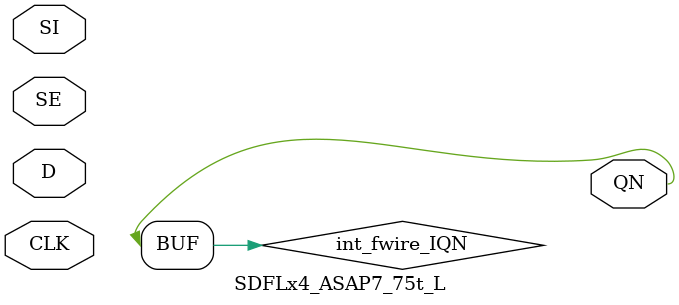
<source format=v>


// type:  
`timescale 1ns/10ps
`celldefine
module DFFASRHQNx1_ASAP7_75t_L (QN, D, RESETN, SETN, CLK);
	output QN;
	input D, RESETN, SETN, CLK;
	reg notifier;
	wire delayed_D, delayed_LESETN, delayed_SETN, delayed_CLK;

	// Function
	wire int_fwire_d, int_fwire_IQN, int_fwire_r;
	wire int_fwire_s, xcr_0;

	not (int_fwire_d, delayed_D);
	not (int_fwire_s, delayed_LESETN);
	not (int_fwire_r, delayed_SETN);
	//altos_dff_sr_err (xcr_0, delayed_CLK, int_fwire_d, int_fwire_s, int_fwire_r);
	// altos_dff_sr_0 (int_fwire_IQN, notifier, delayed_CLK, int_fwire_d, int_fwire_s, int_fwire_r, xcr_0);
	buf (QN, int_fwire_IQN);

	// Timing

	// Additional timing wires
	wire adacond0, adacond1, adacond2;
	wire adacond3, adacond4, adacond5;
	wire adacond6, adacond7, adacond8;
	wire CLK__bar, D__bar;


	// Additional timing gates
	and (adacond0, RESETN, SETN);
	and (adacond1, D, SETN);
	and (adacond2, CLK, SETN);
	not (CLK__bar, CLK);
	and (adacond3, CLK__bar, SETN);
	not (D__bar, D);
	and (adacond4, D__bar, RESETN);
	and (adacond5, CLK, RESETN);
	and (adacond6, CLK__bar, RESETN);
	and (adacond7, D, RESETN, SETN);
	and (adacond8, D__bar, RESETN, SETN);
endmodule
`endcelldefine

// type:  
`timescale 1ns/10ps
`celldefine
module DFFHQNx1_ASAP7_75t_L (QN, D, CLK);
	output QN;
	input D, CLK;
	reg notifier;
	wire delayed_D, delayed_CLK;

	// Function
	wire int_fwire_d, int_fwire_IQN, xcr_0;

	not (int_fwire_d, delayed_D);
	//altos_dff_err (xcr_0, delayed_CLK, int_fwire_d);
	//altos_dff (int_fwire_IQN, notifier, delayed_CLK, int_fwire_d, xcr_0);
	buf (QN, int_fwire_IQN);
endmodule
`endcelldefine

// type:  
`timescale 1ns/10ps
`celldefine
module DFFHQNx2_ASAP7_75t_L (QN, D, CLK);
	output QN;
	input D, CLK;
	reg notifier;
	wire delayed_D, delayed_CLK;

	// Function
	wire int_fwire_d, int_fwire_IQN, xcr_0;

	not (int_fwire_d, delayed_D);
	//altos_dff_err (xcr_0, delayed_CLK, int_fwire_d);
	//altos_dff (int_fwire_IQN, notifier, delayed_CLK, int_fwire_d, xcr_0);
	buf (QN, int_fwire_IQN);

endmodule
`endcelldefine

// type:  
`timescale 1ns/10ps
`celldefine
module DFFHQNx3_ASAP7_75t_L (QN, D, CLK);
	output QN;
	input D, CLK;
	reg notifier;
	wire delayed_D, delayed_CLK;

	// Function
	wire int_fwire_d, int_fwire_IQN, xcr_0;

	not (int_fwire_d, delayed_D);
	//altos_dff_err (xcr_0, delayed_CLK, int_fwire_d);
	//altos_dff (int_fwire_IQN, notifier, delayed_CLK, int_fwire_d, xcr_0);
	buf (QN, int_fwire_IQN);

	// Timing
endmodule
`endcelldefine

// type:  
`timescale 1ns/10ps
`celldefine
module DFFHQx4_ASAP7_75t_L (Q, D, CLK);
	output Q;
	input D, CLK;
	reg notifier;
	wire delayed_D, delayed_CLK;

	// Function
	wire int_fwire_IQ, xcr_0;

	//altos_dff_err (xcr_0, delayed_CLK, delayed_D);
	//altos_dff (int_fwire_IQ, notifier, delayed_CLK, delayed_D, xcr_0);
	buf (Q, int_fwire_IQ);

	// Timing
endmodule
`endcelldefine

// type:  
`timescale 1ns/10ps
`celldefine
module DFFLQNx1_ASAP7_75t_L (QN, D, CLK);
	output QN;
	input D, CLK;
	reg notifier;
	wire delayed_D, delayed_CLK;

	// Function
	wire int_fwire_clk, int_fwire_d, int_fwire_IQN;
	wire xcr_0;

	not (int_fwire_d, delayed_D);
	not (int_fwire_clk, delayed_CLK);
	//altos_dff_err (xcr_0, int_fwire_clk, int_fwire_d);
	//altos_dff (int_fwire_IQN, notifier, int_fwire_clk, int_fwire_d, xcr_0);
	buf (QN, int_fwire_IQN);

	// Timing
endmodule
`endcelldefine

// type:  
`timescale 1ns/10ps
`celldefine
module DFFLQNx2_ASAP7_75t_L (QN, D, CLK);
	output QN;
	input D, CLK;
	reg notifier;
	wire delayed_D, delayed_CLK;

	// Function
	wire int_fwire_clk, int_fwire_d, int_fwire_IQN;
	wire xcr_0;

	not (int_fwire_d, delayed_D);
	not (int_fwire_clk, delayed_CLK);
	//altos_dff_err (xcr_0, int_fwire_clk, int_fwire_d);
	//altos_dff (int_fwire_IQN, notifier, int_fwire_clk, int_fwire_d, xcr_0);
	buf (QN, int_fwire_IQN);

	// Timing
endmodule
`endcelldefine

// type:  
`timescale 1ns/10ps
`celldefine
module DFFLQNx3_ASAP7_75t_L (QN, D, CLK);
	output QN;
	input D, CLK;
	reg notifier;
	wire delayed_D, delayed_CLK;

	// Function
	wire int_fwire_clk, int_fwire_d, int_fwire_IQN;
	wire xcr_0;

	not (int_fwire_d, delayed_D);
	not (int_fwire_clk, delayed_CLK);
	//altos_dff_err (xcr_0, int_fwire_clk, int_fwire_d);
	//altos_dff (int_fwire_IQN, notifier, int_fwire_clk, int_fwire_d, xcr_0);
	buf (QN, int_fwire_IQN);

	// Timing
endmodule
`endcelldefine

// type:  
`timescale 1ns/10ps
`celldefine
module DFFLQx4_ASAP7_75t_L (Q, D, CLK);
	output Q;
	input D, CLK;
	reg notifier;
	wire delayed_D, delayed_CLK;

	// Function
	wire int_fwire_clk, int_fwire_IQ, xcr_0;

	not (int_fwire_clk, delayed_CLK);
	//altos_dff_err (xcr_0, int_fwire_clk, delayed_D);
	//altos_dff (int_fwire_IQ, notifier, int_fwire_clk, delayed_D, xcr_0);
	buf (Q, int_fwire_IQ);

	// Timing
endmodule
`endcelldefine

// type:  
`timescale 1ns/10ps
`celldefine
module DHLx1_ASAP7_75t_L (Q, D, CLK);
	output Q;
	input D, CLK;
	reg notifier;
	wire delayed_D, delayed_CLK;

	// Function
	wire int_fwire_IQ;

	//altos_latch (int_fwire_IQ, notifier, delayed_CLK, delayed_D);
	buf (Q, int_fwire_IQ);

	// Timing
endmodule
`endcelldefine

// type:  
`timescale 1ns/10ps
`celldefine
module DHLx2_ASAP7_75t_L (Q, D, CLK);
	output Q;
	input D, CLK;
	reg notifier;
	wire delayed_D, delayed_CLK;

	// Function
	wire int_fwire_IQ;

	//altos_latch (int_fwire_IQ, notifier, delayed_CLK, delayed_D);
	buf (Q, int_fwire_IQ);

	// Timing
endmodule
`endcelldefine

// type:  
`timescale 1ns/10ps
`celldefine
module DHLx3_ASAP7_75t_L (Q, D, CLK);
	output Q;
	input D, CLK;
	reg notifier;
	wire delayed_D, delayed_CLK;

	// Function
	wire int_fwire_IQ;

	//altos_latch (int_fwire_IQ, notifier, delayed_CLK, delayed_D);
	buf (Q, int_fwire_IQ);

	// Timing
endmodule
`endcelldefine

// type:  
`timescale 1ns/10ps
`celldefine
module DLLx1_ASAP7_75t_L (Q, D, CLK);
	output Q;
	input D, CLK;
	reg notifier;
	wire delayed_D, delayed_CLK;

	// Function
	wire int_fwire_clk, int_fwire_IQ;

	not (int_fwire_clk, delayed_CLK);
	//altos_latch (int_fwire_IQ, notifier, int_fwire_clk, delayed_D);
	buf (Q, int_fwire_IQ);

	// Timing
endmodule
`endcelldefine

// type:  
`timescale 1ns/10ps
`celldefine
module DLLx2_ASAP7_75t_L (Q, D, CLK);
	output Q;
	input D, CLK;
	reg notifier;
	wire delayed_D, delayed_CLK;

	// Function
	wire int_fwire_clk, int_fwire_IQ;

	not (int_fwire_clk, delayed_CLK);
	//altos_latch (int_fwire_IQ, notifier, int_fwire_clk, delayed_D);
	buf (Q, int_fwire_IQ);

	// Timing
endmodule
`endcelldefine

// type:  
`timescale 1ns/10ps
`celldefine
module DLLx3_ASAP7_75t_L (Q, D, CLK);
	output Q;
	input D, CLK;
	reg notifier;
	wire delayed_D, delayed_CLK;

	// Function
	wire int_fwire_clk, int_fwire_IQ;

	not (int_fwire_clk, delayed_CLK);
	//altos_latch (int_fwire_IQ, notifier, int_fwire_clk, delayed_D);
	buf (Q, int_fwire_IQ);

	// Timing
endmodule
`endcelldefine

// type:  
`timescale 1ns/10ps
`celldefine
module ICGx1_ASAP7_75t_L (GCLK, ENA, SE, CLK);
	output GCLK;
	input ENA, SE, CLK;
	reg notifier;
	wire delayed_ENA, delayed_SE, delayed_CLK;

	// Function
	wire int_fwire_clk, int_fwire_IQ, int_fwire_test;

	not (int_fwire_clk, delayed_CLK);
	or (int_fwire_test, delayed_ENA, delayed_SE);
	//altos_latch (int_fwire_IQ, notifier, int_fwire_clk, int_fwire_test);
	and (GCLK, delayed_CLK, int_fwire_IQ);

	// Timing

	// Additional timing wires
	wire adacond0, adacond1, ENA__bar;
	wire int_twire_0, SE__bar;


	// Additional timing gates
	not (ENA__bar, ENA);
	and (int_twire_0, ENA__bar, SE);
	or (adacond0, ENA, int_twire_0);
	not (SE__bar, SE);
	and (adacond1, ENA__bar, SE__bar);
endmodule
`endcelldefine

// type:  
`timescale 1ns/10ps
`celldefine
module ICGx2_ASAP7_75t_L (GCLK, ENA, SE, CLK);
	output GCLK;
	input ENA, SE, CLK;
	reg notifier;
	wire delayed_ENA, delayed_SE, delayed_CLK;

	// Function
	wire int_fwire_clk, int_fwire_IQ, int_fwire_test;

	not (int_fwire_clk, delayed_CLK);
	or (int_fwire_test, delayed_ENA, delayed_SE);
	//altos_latch (int_fwire_IQ, notifier, int_fwire_clk, int_fwire_test);
	and (GCLK, delayed_CLK, int_fwire_IQ);

	// Timing

	// Additional timing wires
	wire adacond0, adacond1, ENA__bar;
	wire int_twire_0, SE__bar;


	// Additional timing gates
	not (ENA__bar, ENA);
	and (int_twire_0, ENA__bar, SE);
	or (adacond0, ENA, int_twire_0);
	not (SE__bar, SE);
	and (adacond1, ENA__bar, SE__bar);
endmodule
`endcelldefine

// type:  
`timescale 1ns/10ps
`celldefine
module ICGx2p67DC_ASAP7_75t_L (GCLK, ENA, SE, CLK);
	output GCLK;
	input ENA, SE, CLK;
	reg notifier;
	wire delayed_ENA, delayed_SE, delayed_CLK;

	// Function
	wire int_fwire_clk, int_fwire_IQ, int_fwire_test;

	not (int_fwire_clk, delayed_CLK);
	or (int_fwire_test, delayed_ENA, delayed_SE);
	//altos_latch (int_fwire_IQ, notifier, int_fwire_clk, int_fwire_test);
	and (GCLK, delayed_CLK, int_fwire_IQ);

	// Timing

	// Additional timing wires
	wire adacond0, adacond1, ENA__bar;
	wire int_twire_0, SE__bar;


	// Additional timing gates
	not (ENA__bar, ENA);
	and (int_twire_0, ENA__bar, SE);
	or (adacond0, ENA, int_twire_0);
	not (SE__bar, SE);
	and (adacond1, ENA__bar, SE__bar);

endmodule
`endcelldefine

// type:  
`timescale 1ns/10ps
`celldefine
module ICGx3_ASAP7_75t_L (GCLK, ENA, SE, CLK);
	output GCLK;
	input ENA, SE, CLK;
	reg notifier;
	wire delayed_ENA, delayed_SE, delayed_CLK;

	// Function
	wire int_fwire_clk, int_fwire_IQ, int_fwire_test;

	not (int_fwire_clk, delayed_CLK);
	or (int_fwire_test, delayed_ENA, delayed_SE);
	//altos_latch (int_fwire_IQ, notifier, int_fwire_clk, int_fwire_test);
	and (GCLK, delayed_CLK, int_fwire_IQ);

	// Timing

	// Additional timing wires
	wire adacond0, adacond1, ENA__bar;
	wire int_twire_0, SE__bar;


	// Additional timing gates
	not (ENA__bar, ENA);
	and (int_twire_0, ENA__bar, SE);
	or (adacond0, ENA, int_twire_0);
	not (SE__bar, SE);
	and (adacond1, ENA__bar, SE__bar);

endmodule
`endcelldefine

// type:  
`timescale 1ns/10ps
`celldefine
module ICGx4DC_ASAP7_75t_L (GCLK, ENA, SE, CLK);
	output GCLK;
	input ENA, SE, CLK;
	reg notifier;
	wire delayed_ENA, delayed_SE, delayed_CLK;

	// Function
	wire int_fwire_clk, int_fwire_IQ, int_fwire_test;

	not (int_fwire_clk, delayed_CLK);
	or (int_fwire_test, delayed_ENA, delayed_SE);
	//altos_latch (int_fwire_IQ, notifier, int_fwire_clk, int_fwire_test);
	and (GCLK, delayed_CLK, int_fwire_IQ);

	// Timing

	// Additional timing wires
	wire adacond0, adacond1, ENA__bar;
	wire int_twire_0, SE__bar;


	// Additional timing gates
	not (ENA__bar, ENA);
	and (int_twire_0, ENA__bar, SE);
	or (adacond0, ENA, int_twire_0);
	not (SE__bar, SE);
	and (adacond1, ENA__bar, SE__bar);

endmodule
`endcelldefine

// type:  
`timescale 1ns/10ps
`celldefine
module ICGx4_ASAP7_75t_L (GCLK, ENA, SE, CLK);
	output GCLK;
	input ENA, SE, CLK;
	reg notifier;
	wire delayed_ENA, delayed_SE, delayed_CLK;

	// Function
	wire int_fwire_clk, int_fwire_IQ, int_fwire_test;

	not (int_fwire_clk, delayed_CLK);
	or (int_fwire_test, delayed_ENA, delayed_SE);
	//altos_latch (int_fwire_IQ, notifier, int_fwire_clk, int_fwire_test);
	and (GCLK, delayed_CLK, int_fwire_IQ);

	// Timing

	// Additional timing wires
	wire adacond0, adacond1, ENA__bar;
	wire int_twire_0, SE__bar;


	// Additional timing gates
	not (ENA__bar, ENA);
	and (int_twire_0, ENA__bar, SE);
	or (adacond0, ENA, int_twire_0);
	not (SE__bar, SE);
	and (adacond1, ENA__bar, SE__bar);

endmodule
`endcelldefine

// type:  
`timescale 1ns/10ps
`celldefine
module ICGx5_ASAP7_75t_L (GCLK, ENA, SE, CLK);
	output GCLK;
	input ENA, SE, CLK;
	reg notifier;
	wire delayed_ENA, delayed_SE, delayed_CLK;

	// Function
	wire int_fwire_clk, int_fwire_IQ, int_fwire_test;

	not (int_fwire_clk, delayed_CLK);
	or (int_fwire_test, delayed_ENA, delayed_SE);
	//altos_latch (int_fwire_IQ, notifier, int_fwire_clk, int_fwire_test);
	and (GCLK, delayed_CLK, int_fwire_IQ);

	// Timing

	// Additional timing wires
	wire adacond0, adacond1, ENA__bar;
	wire int_twire_0, SE__bar;


	// Additional timing gates
	not (ENA__bar, ENA);
	and (int_twire_0, ENA__bar, SE);
	or (adacond0, ENA, int_twire_0);
	not (SE__bar, SE);
	and (adacond1, ENA__bar, SE__bar);

endmodule
`endcelldefine

// type:  
`timescale 1ns/10ps
`celldefine
module ICGx5p33DC_ASAP7_75t_L (GCLK, ENA, SE, CLK);
	output GCLK;
	input ENA, SE, CLK;
	reg notifier;
	wire delayed_ENA, delayed_SE, delayed_CLK;

	// Function
	wire int_fwire_clk, int_fwire_IQ, int_fwire_test;

	not (int_fwire_clk, delayed_CLK);
	or (int_fwire_test, delayed_ENA, delayed_SE);
	//altos_latch (int_fwire_IQ, notifier, int_fwire_clk, int_fwire_test);
	and (GCLK, delayed_CLK, int_fwire_IQ);

	// Timing

	// Additional timing wires
	wire adacond0, adacond1, ENA__bar;
	wire int_twire_0, SE__bar;


	// Additional timing gates
	not (ENA__bar, ENA);
	and (int_twire_0, ENA__bar, SE);
	or (adacond0, ENA, int_twire_0);
	not (SE__bar, SE);
	and (adacond1, ENA__bar, SE__bar);

endmodule
`endcelldefine

// type:  
`timescale 1ns/10ps
`celldefine
module ICGx6p67DC_ASAP7_75t_L (GCLK, ENA, SE, CLK);
	output GCLK;
	input ENA, SE, CLK;
	reg notifier;
	wire delayed_ENA, delayed_SE, delayed_CLK;

	// Function
	wire int_fwire_clk, int_fwire_IQ, int_fwire_test;

	not (int_fwire_clk, delayed_CLK);
	or (int_fwire_test, delayed_ENA, delayed_SE);
	//altos_latch (int_fwire_IQ, notifier, int_fwire_clk, int_fwire_test);
	and (GCLK, delayed_CLK, int_fwire_IQ);

	// Timing

	// Additional timing wires
	wire adacond0, adacond1, ENA__bar;
	wire int_twire_0, SE__bar;


	// Additional timing gates
	not (ENA__bar, ENA);
	and (int_twire_0, ENA__bar, SE);
	or (adacond0, ENA, int_twire_0);
	not (SE__bar, SE);
	and (adacond1, ENA__bar, SE__bar);

endmodule
`endcelldefine

// type:  
`timescale 1ns/10ps
`celldefine
module ICGx8DC_ASAP7_75t_L (GCLK, ENA, SE, CLK);
	output GCLK;
	input ENA, SE, CLK;
	reg notifier;
	wire delayed_ENA, delayed_SE, delayed_CLK;

	// Function
	wire int_fwire_clk, int_fwire_IQ, int_fwire_test;

	not (int_fwire_clk, delayed_CLK);
	or (int_fwire_test, delayed_ENA, delayed_SE);
	//altos_latch (int_fwire_IQ, notifier, int_fwire_clk, int_fwire_test);
	and (GCLK, delayed_CLK, int_fwire_IQ);

	// Timing

	// Additional timing wires
	wire adacond0, adacond1, ENA__bar;
	wire int_twire_0, SE__bar;


	// Additional timing gates
	not (ENA__bar, ENA);
	and (int_twire_0, ENA__bar, SE);
	or (adacond0, ENA, int_twire_0);
	not (SE__bar, SE);
	and (adacond1, ENA__bar, SE__bar);

endmodule
`endcelldefine

// type:  
`timescale 1ns/10ps
`celldefine
module SDFHx1_ASAP7_75t_L (QN, D, SE, SI, CLK);
	output QN;
	input D, SE, SI, CLK;
	reg notifier;
	wire delayed_D, delayed_SE, delayed_SI, delayed_CLK;

	// Function
	wire delayed_D__bar, delayed_SE__bar, delayed_SI__bar;
	wire int_fwire_0, int_fwire_1, int_fwire_2;
	wire int_fwire_d, int_fwire_IQN, xcr_0;

	not (delayed_SI__bar, delayed_SI);
	and (int_fwire_0, delayed_SE, delayed_SI__bar);
	not (delayed_D__bar, delayed_D);
	and (int_fwire_1, delayed_D__bar, delayed_SI__bar);
	not (delayed_SE__bar, delayed_SE);
	and (int_fwire_2, delayed_D__bar, delayed_SE__bar);
	or (int_fwire_d, int_fwire_2, int_fwire_1, int_fwire_0);
	//altos_dff_err (xcr_0, delayed_CLK, int_fwire_d);
	//altos_dff (int_fwire_IQN, notifier, delayed_CLK, int_fwire_d, xcr_0);
	buf (QN, int_fwire_IQN);

	// Timing

	// Additional timing wires
	wire adacond0, adacond1, adacond2;
	wire adacond3, adacond4, adacond5;
	wire adacond6, adacond7, D__bar;
	wire int_twire_0, int_twire_1, int_twire_2;
	wire int_twire_3, int_twire_4, int_twire_5;
	wire SE__bar, SI__bar;


	// Additional timing gates
	not (SE__bar, SE);
	and (adacond0, SE__bar, SI);
	not (SI__bar, SI);
	and (adacond1, SE__bar, SI__bar);
	and (adacond2, D, SI__bar);
	not (D__bar, D);
	and (adacond3, D__bar, SI);
	and (adacond4, D, SE);
	and (adacond5, D__bar, SE);
	and (int_twire_0, D__bar, SE, SI);
	and (int_twire_1, D, SE__bar);
	and (int_twire_2, D, SE, SI);
	or (adacond6, int_twire_2, int_twire_1, int_twire_0);
	and (int_twire_3, D__bar, SE__bar);
	and (int_twire_4, D__bar, SE, SI__bar);
	and (int_twire_5, D, SE, SI__bar);
	or (adacond7, int_twire_5, int_twire_4, int_twire_3);

endmodule
`endcelldefine

// type:  
`timescale 1ns/10ps
`celldefine
module SDFHx2_ASAP7_75t_L (QN, D, SE, SI, CLK);
	output QN;
	input D, SE, SI, CLK;
	reg notifier;
	wire delayed_D, delayed_SE, delayed_SI, delayed_CLK;

	// Function
	wire delayed_D__bar, delayed_SE__bar, delayed_SI__bar;
	wire int_fwire_0, int_fwire_1, int_fwire_2;
	wire int_fwire_d, int_fwire_IQN, xcr_0;

	not (delayed_SI__bar, delayed_SI);
	and (int_fwire_0, delayed_SE, delayed_SI__bar);
	not (delayed_D__bar, delayed_D);
	and (int_fwire_1, delayed_D__bar, delayed_SI__bar);
	not (delayed_SE__bar, delayed_SE);
	and (int_fwire_2, delayed_D__bar, delayed_SE__bar);
	or (int_fwire_d, int_fwire_2, int_fwire_1, int_fwire_0);
	//altos_dff_err (xcr_0, delayed_CLK, int_fwire_d);
	//altos_dff (int_fwire_IQN, notifier, delayed_CLK, int_fwire_d, xcr_0);
	buf (QN, int_fwire_IQN);

	// Timing

	// Additional timing wires
	wire adacond0, adacond1, adacond2;
	wire adacond3, adacond4, adacond5;
	wire adacond6, adacond7, D__bar;
	wire int_twire_0, int_twire_1, int_twire_2;
	wire int_twire_3, int_twire_4, int_twire_5;
	wire SE__bar, SI__bar;


	// Additional timing gates
	not (SE__bar, SE);
	and (adacond0, SE__bar, SI);
	not (SI__bar, SI);
	and (adacond1, SE__bar, SI__bar);
	and (adacond2, D, SI__bar);
	not (D__bar, D);
	and (adacond3, D__bar, SI);
	and (adacond4, D, SE);
	and (adacond5, D__bar, SE);
	and (int_twire_0, D__bar, SE, SI);
	and (int_twire_1, D, SE__bar);
	and (int_twire_2, D, SE, SI);
	or (adacond6, int_twire_2, int_twire_1, int_twire_0);
	and (int_twire_3, D__bar, SE__bar);
	and (int_twire_4, D__bar, SE, SI__bar);
	and (int_twire_5, D, SE, SI__bar);
	or (adacond7, int_twire_5, int_twire_4, int_twire_3);

endmodule
`endcelldefine

// type:  
`timescale 1ns/10ps
`celldefine
module SDFHx3_ASAP7_75t_L (QN, D, SE, SI, CLK);
	output QN;
	input D, SE, SI, CLK;
	reg notifier;
	wire delayed_D, delayed_SE, delayed_SI, delayed_CLK;

	// Function
	wire delayed_D__bar, delayed_SE__bar, delayed_SI__bar;
	wire int_fwire_0, int_fwire_1, int_fwire_2;
	wire int_fwire_d, int_fwire_IQN, xcr_0;

	not (delayed_SI__bar, delayed_SI);
	and (int_fwire_0, delayed_SE, delayed_SI__bar);
	not (delayed_D__bar, delayed_D);
	and (int_fwire_1, delayed_D__bar, delayed_SI__bar);
	not (delayed_SE__bar, delayed_SE);
	and (int_fwire_2, delayed_D__bar, delayed_SE__bar);
	or (int_fwire_d, int_fwire_2, int_fwire_1, int_fwire_0);
	//altos_dff_err (xcr_0, delayed_CLK, int_fwire_d);
	//altos_dff (int_fwire_IQN, notifier, delayed_CLK, int_fwire_d, xcr_0);
	buf (QN, int_fwire_IQN);

	// Timing

	// Additional timing wires
	wire adacond0, adacond1, adacond2;
	wire adacond3, adacond4, adacond5;
	wire adacond6, adacond7, D__bar;
	wire int_twire_0, int_twire_1, int_twire_2;
	wire int_twire_3, int_twire_4, int_twire_5;
	wire SE__bar, SI__bar;


	// Additional timing gates
	not (SE__bar, SE);
	and (adacond0, SE__bar, SI);
	not (SI__bar, SI);
	and (adacond1, SE__bar, SI__bar);
	and (adacond2, D, SI__bar);
	not (D__bar, D);
	and (adacond3, D__bar, SI);
	and (adacond4, D, SE);
	and (adacond5, D__bar, SE);
	and (int_twire_0, D__bar, SE, SI);
	and (int_twire_1, D, SE__bar);
	and (int_twire_2, D, SE, SI);
	or (adacond6, int_twire_2, int_twire_1, int_twire_0);
	and (int_twire_3, D__bar, SE__bar);
	and (int_twire_4, D__bar, SE, SI__bar);
	and (int_twire_5, D, SE, SI__bar);
	or (adacond7, int_twire_5, int_twire_4, int_twire_3);

endmodule
`endcelldefine

// type:  
`timescale 1ns/10ps
`celldefine
module SDFHx4_ASAP7_75t_L (QN, D, SE, SI, CLK);
	output QN;
	input D, SE, SI, CLK;
	reg notifier;
	wire delayed_D, delayed_SE, delayed_SI, delayed_CLK;

	// Function
	wire delayed_D__bar, delayed_SE__bar, delayed_SI__bar;
	wire int_fwire_0, int_fwire_1, int_fwire_2;
	wire int_fwire_d, int_fwire_IQN, xcr_0;

	not (delayed_SI__bar, delayed_SI);
	and (int_fwire_0, delayed_SE, delayed_SI__bar);
	not (delayed_D__bar, delayed_D);
	and (int_fwire_1, delayed_D__bar, delayed_SI__bar);
	not (delayed_SE__bar, delayed_SE);
	and (int_fwire_2, delayed_D__bar, delayed_SE__bar);
	or (int_fwire_d, int_fwire_2, int_fwire_1, int_fwire_0);
	//altos_dff_err (xcr_0, delayed_CLK, int_fwire_d);
	//altos_dff (int_fwire_IQN, notifier, delayed_CLK, int_fwire_d, xcr_0);
	buf (QN, int_fwire_IQN);

	// Timing

	// Additional timing wires
	wire adacond0, adacond1, adacond2;
	wire adacond3, adacond4, adacond5;
	wire adacond6, adacond7, D__bar;
	wire int_twire_0, int_twire_1, int_twire_2;
	wire int_twire_3, int_twire_4, int_twire_5;
	wire SE__bar, SI__bar;


	// Additional timing gates
	not (SE__bar, SE);
	and (adacond0, SE__bar, SI);
	not (SI__bar, SI);
	and (adacond1, SE__bar, SI__bar);
	and (adacond2, D, SI__bar);
	not (D__bar, D);
	and (adacond3, D__bar, SI);
	and (adacond4, D, SE);
	and (adacond5, D__bar, SE);
	and (int_twire_0, D__bar, SE, SI);
	and (int_twire_1, D, SE__bar);
	and (int_twire_2, D, SE, SI);
	or (adacond6, int_twire_2, int_twire_1, int_twire_0);
	and (int_twire_3, D__bar, SE__bar);
	and (int_twire_4, D__bar, SE, SI__bar);
	and (int_twire_5, D, SE, SI__bar);
	or (adacond7, int_twire_5, int_twire_4, int_twire_3);

endmodule
`endcelldefine

// type:  
`timescale 1ns/10ps
`celldefine
module SDFLx1_ASAP7_75t_L (QN, D, SE, SI, CLK);
	output QN;
	input D, SE, SI, CLK;
	reg notifier;
	wire delayed_D, delayed_SE, delayed_SI, delayed_CLK;

	// Function
	wire delayed_D__bar, delayed_SE__bar, delayed_SI__bar;
	wire int_fwire_0, int_fwire_1, int_fwire_2;
	wire int_fwire_clk, int_fwire_d, int_fwire_IQN;
	wire xcr_0;

	not (delayed_SI__bar, delayed_SI);
	and (int_fwire_0, delayed_SE, delayed_SI__bar);
	not (delayed_D__bar, delayed_D);
	and (int_fwire_1, delayed_D__bar, delayed_SI__bar);
	not (delayed_SE__bar, delayed_SE);
	and (int_fwire_2, delayed_D__bar, delayed_SE__bar);
	or (int_fwire_d, int_fwire_2, int_fwire_1, int_fwire_0);
	not (int_fwire_clk, delayed_CLK);
	//altos_dff_err (xcr_0, int_fwire_clk, int_fwire_d);
	//altos_dff (int_fwire_IQN, notifier, int_fwire_clk, int_fwire_d, xcr_0);
	buf (QN, int_fwire_IQN);

	// Timing

	// Additional timing wires
	wire adacond0, adacond1, adacond2;
	wire adacond3, adacond4, adacond5;
	wire adacond6, adacond7, D__bar;
	wire int_twire_0, int_twire_1, int_twire_2;
	wire int_twire_3, int_twire_4, int_twire_5;
	wire SE__bar, SI__bar;


	// Additional timing gates
	not (SE__bar, SE);
	and (adacond0, SE__bar, SI);
	not (SI__bar, SI);
	and (adacond1, SE__bar, SI__bar);
	and (adacond2, D, SI__bar);
	not (D__bar, D);
	and (adacond3, D__bar, SI);
	and (adacond4, D, SE);
	and (adacond5, D__bar, SE);
	and (int_twire_0, D__bar, SE, SI);
	and (int_twire_1, D, SE__bar);
	and (int_twire_2, D, SE, SI);
	or (adacond6, int_twire_2, int_twire_1, int_twire_0);
	and (int_twire_3, D__bar, SE__bar);
	and (int_twire_4, D__bar, SE, SI__bar);
	and (int_twire_5, D, SE, SI__bar);
	or (adacond7, int_twire_5, int_twire_4, int_twire_3);

endmodule
`endcelldefine

// type:  
`timescale 1ns/10ps
`celldefine
module SDFLx2_ASAP7_75t_L (QN, D, SE, SI, CLK);
	output QN;
	input D, SE, SI, CLK;
	reg notifier;
	wire delayed_D, delayed_SE, delayed_SI, delayed_CLK;

	// Function
	wire delayed_D__bar, delayed_SE__bar, delayed_SI__bar;
	wire int_fwire_0, int_fwire_1, int_fwire_2;
	wire int_fwire_clk, int_fwire_d, int_fwire_IQN;
	wire xcr_0;

	not (delayed_SI__bar, delayed_SI);
	and (int_fwire_0, delayed_SE, delayed_SI__bar);
	not (delayed_D__bar, delayed_D);
	and (int_fwire_1, delayed_D__bar, delayed_SI__bar);
	not (delayed_SE__bar, delayed_SE);
	and (int_fwire_2, delayed_D__bar, delayed_SE__bar);
	or (int_fwire_d, int_fwire_2, int_fwire_1, int_fwire_0);
	not (int_fwire_clk, delayed_CLK);
	//altos_dff_err (xcr_0, int_fwire_clk, int_fwire_d);
	//altos_dff (int_fwire_IQN, notifier, int_fwire_clk, int_fwire_d, xcr_0);
	buf (QN, int_fwire_IQN);

	// Timing

	// Additional timing wires
	wire adacond0, adacond1, adacond2;
	wire adacond3, adacond4, adacond5;
	wire adacond6, adacond7, D__bar;
	wire int_twire_0, int_twire_1, int_twire_2;
	wire int_twire_3, int_twire_4, int_twire_5;
	wire SE__bar, SI__bar;


	// Additional timing gates
	not (SE__bar, SE);
	and (adacond0, SE__bar, SI);
	not (SI__bar, SI);
	and (adacond1, SE__bar, SI__bar);
	and (adacond2, D, SI__bar);
	not (D__bar, D);
	and (adacond3, D__bar, SI);
	and (adacond4, D, SE);
	and (adacond5, D__bar, SE);
	and (int_twire_0, D__bar, SE, SI);
	and (int_twire_1, D, SE__bar);
	and (int_twire_2, D, SE, SI);
	or (adacond6, int_twire_2, int_twire_1, int_twire_0);
	and (int_twire_3, D__bar, SE__bar);
	and (int_twire_4, D__bar, SE, SI__bar);
	and (int_twire_5, D, SE, SI__bar);
	or (adacond7, int_twire_5, int_twire_4, int_twire_3);

endmodule
`endcelldefine

// type:  
`timescale 1ns/10ps
`celldefine
module SDFLx3_ASAP7_75t_L (QN, D, SE, SI, CLK);
	output QN;
	input D, SE, SI, CLK;
	reg notifier;
	wire delayed_D, delayed_SE, delayed_SI, delayed_CLK;

	// Function
	wire delayed_D__bar, delayed_SE__bar, delayed_SI__bar;
	wire int_fwire_0, int_fwire_1, int_fwire_2;
	wire int_fwire_clk, int_fwire_d, int_fwire_IQN;
	wire xcr_0;

	not (delayed_SI__bar, delayed_SI);
	and (int_fwire_0, delayed_SE, delayed_SI__bar);
	not (delayed_D__bar, delayed_D);
	and (int_fwire_1, delayed_D__bar, delayed_SI__bar);
	not (delayed_SE__bar, delayed_SE);
	and (int_fwire_2, delayed_D__bar, delayed_SE__bar);
	or (int_fwire_d, int_fwire_2, int_fwire_1, int_fwire_0);
	not (int_fwire_clk, delayed_CLK);
	//altos_dff_err (xcr_0, int_fwire_clk, int_fwire_d);
	//altos_dff (int_fwire_IQN, notifier, int_fwire_clk, int_fwire_d, xcr_0);
	buf (QN, int_fwire_IQN);

	// Timing

	// Additional timing wires
	wire adacond0, adacond1, adacond2;
	wire adacond3, adacond4, adacond5;
	wire adacond6, adacond7, D__bar;
	wire int_twire_0, int_twire_1, int_twire_2;
	wire int_twire_3, int_twire_4, int_twire_5;
	wire SE__bar, SI__bar;


	// Additional timing gates
	not (SE__bar, SE);
	and (adacond0, SE__bar, SI);
	not (SI__bar, SI);
	and (adacond1, SE__bar, SI__bar);
	and (adacond2, D, SI__bar);
	not (D__bar, D);
	and (adacond3, D__bar, SI);
	and (adacond4, D, SE);
	and (adacond5, D__bar, SE);
	and (int_twire_0, D__bar, SE, SI);
	and (int_twire_1, D, SE__bar);
	and (int_twire_2, D, SE, SI);
	or (adacond6, int_twire_2, int_twire_1, int_twire_0);
	and (int_twire_3, D__bar, SE__bar);
	and (int_twire_4, D__bar, SE, SI__bar);
	and (int_twire_5, D, SE, SI__bar);
	or (adacond7, int_twire_5, int_twire_4, int_twire_3);

endmodule
`endcelldefine

// type:  
`timescale 1ns/10ps
`celldefine
module SDFLx4_ASAP7_75t_L (QN, D, SE, SI, CLK);
	output QN;
	input D, SE, SI, CLK;
	reg notifier;
	wire delayed_D, delayed_SE, delayed_SI, delayed_CLK;

	// Function
	wire delayed_D__bar, delayed_SE__bar, delayed_SI__bar;
	wire int_fwire_0, int_fwire_1, int_fwire_2;
	wire int_fwire_clk, int_fwire_d, int_fwire_IQN;
	wire xcr_0;

	not (delayed_SI__bar, delayed_SI);
	and (int_fwire_0, delayed_SE, delayed_SI__bar);
	not (delayed_D__bar, delayed_D);
	and (int_fwire_1, delayed_D__bar, delayed_SI__bar);
	not (delayed_SE__bar, delayed_SE);
	and (int_fwire_2, delayed_D__bar, delayed_SE__bar);
	or (int_fwire_d, int_fwire_2, int_fwire_1, int_fwire_0);
	not (int_fwire_clk, delayed_CLK);
	//altos_dff_err (xcr_0, int_fwire_clk, int_fwire_d);
	//altos_dff (int_fwire_IQN, notifier, int_fwire_clk, int_fwire_d, xcr_0);
	buf (QN, int_fwire_IQN);

	// Timing

	// Additional timing wires
	wire adacond0, adacond1, adacond2;
	wire adacond3, adacond4, adacond5;
	wire adacond6, adacond7, D__bar;
	wire int_twire_0, int_twire_1, int_twire_2;
	wire int_twire_3, int_twire_4, int_twire_5;
	wire SE__bar, SI__bar;


	// Additional timing gates
	not (SE__bar, SE);
	and (adacond0, SE__bar, SI);
	not (SI__bar, SI);
	and (adacond1, SE__bar, SI__bar);
	and (adacond2, D, SI__bar);
	not (D__bar, D);
	and (adacond3, D__bar, SI);
	and (adacond4, D, SE);
	and (adacond5, D__bar, SE);
	and (int_twire_0, D__bar, SE, SI);
	and (int_twire_1, D, SE__bar);
	and (int_twire_2, D, SE, SI);
	or (adacond6, int_twire_2, int_twire_1, int_twire_0);
	and (int_twire_3, D__bar, SE__bar);
	and (int_twire_4, D__bar, SE, SI__bar);
	and (int_twire_5, D, SE, SI__bar);
	or (adacond7, int_twire_5, int_twire_4, int_twire_3);

endmodule
`endcelldefine

</source>
